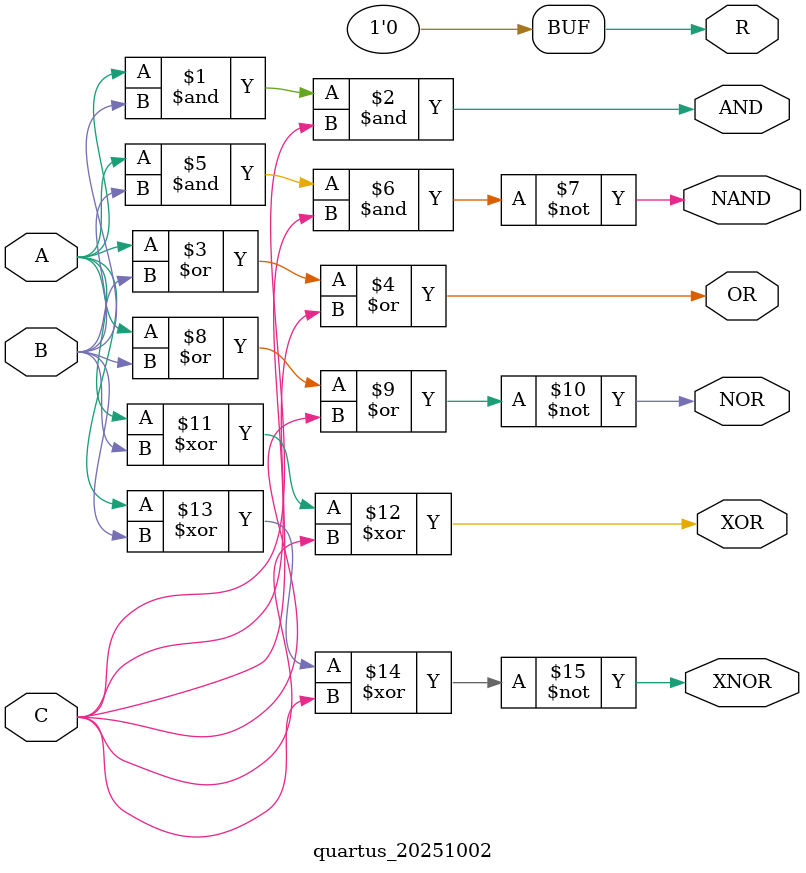
<source format=v>
module quartus_20251002(A,B,C,AND,OR,NAND,NOR,XOR,XNOR,R);
input A,B,C;
output AND,OR,NAND,NOR,XOR,XNOR;
output R=0;

and UI(AND,A,B,C);
or U2(OR,A,B,C);
nand U3(NAND,A,B,C);
nor U4(NOR,A,B,C);
xor U5(XOR,A,B,C);
xnor U6(XNOR,A,B,C);

endmodule
</source>
